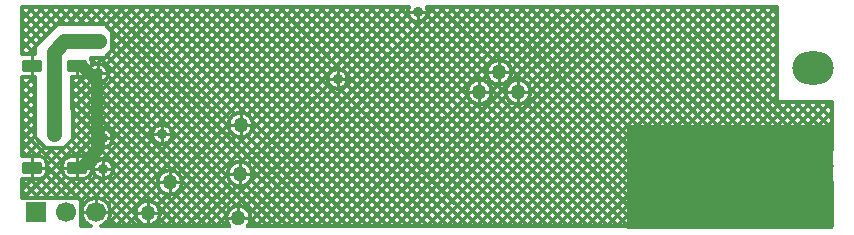
<source format=gbl>
G04*
G04 #@! TF.GenerationSoftware,Altium Limited,Altium Designer,22.1.2 (22)*
G04*
G04 Layer_Physical_Order=2*
G04 Layer_Color=16711680*
%FSLAX25Y25*%
%MOIN*%
G70*
G04*
G04 #@! TF.SameCoordinates,174BC2DA-B873-4BC2-8B21-C8E9C5FF9B9E*
G04*
G04*
G04 #@! TF.FilePolarity,Positive*
G04*
G01*
G75*
%ADD10C,0.01000*%
%ADD14C,0.01181*%
%ADD58C,0.03937*%
%ADD65O,0.13780X0.11024*%
%ADD66R,0.06693X0.06693*%
%ADD67C,0.06693*%
G04:AMPARAMS|DCode=68|XSize=43.31mil|YSize=66.93mil|CornerRadius=10.83mil|HoleSize=0mil|Usage=FLASHONLY|Rotation=270.000|XOffset=0mil|YOffset=0mil|HoleType=Round|Shape=RoundedRectangle|*
%AMROUNDEDRECTD68*
21,1,0.04331,0.04528,0,0,270.0*
21,1,0.02165,0.06693,0,0,270.0*
1,1,0.02165,-0.02264,-0.01083*
1,1,0.02165,-0.02264,0.01083*
1,1,0.02165,0.02264,0.01083*
1,1,0.02165,0.02264,-0.01083*
%
%ADD68ROUNDEDRECTD68*%
G04:AMPARAMS|DCode=69|XSize=66.93mil|YSize=43.31mil|CornerRadius=10.83mil|HoleSize=0mil|Usage=FLASHONLY|Rotation=180.000|XOffset=0mil|YOffset=0mil|HoleType=Round|Shape=RoundedRectangle|*
%AMROUNDEDRECTD69*
21,1,0.06693,0.02165,0,0,180.0*
21,1,0.04528,0.04331,0,0,180.0*
1,1,0.02165,-0.02264,0.01083*
1,1,0.02165,0.02264,0.01083*
1,1,0.02165,0.02264,-0.01083*
1,1,0.02165,-0.02264,-0.01083*
%
%ADD69ROUNDEDRECTD69*%
%ADD70C,0.05000*%
%ADD71C,0.03543*%
%ADD72C,0.04921*%
%ADD73R,0.69140X0.34700*%
D10*
X266600Y23000D02*
Y29512D01*
Y16488D02*
Y23000D01*
X258710D02*
X266600D01*
X250660Y23640D02*
Y27140D01*
Y30640D01*
Y27140D02*
X254160D01*
X239080Y31400D02*
X242580D01*
X239080Y27900D02*
Y31400D01*
Y34900D01*
X235580Y31400D02*
X239080D01*
X228020Y27140D02*
Y30640D01*
X224520Y27140D02*
X228020D01*
X247160D02*
X250660D01*
X228020D02*
X231520D01*
X228020Y23640D02*
Y27140D01*
X131988Y74320D02*
X134760D01*
X137532D01*
X134760Y71548D02*
Y74320D01*
X168180Y47620D02*
Y51120D01*
Y47620D02*
X171680D01*
X164680D02*
X168180D01*
X161840Y50660D02*
Y54160D01*
Y57660D01*
Y54160D02*
X165340D01*
X216700Y27140D02*
X220200D01*
X216700Y23640D02*
Y27140D01*
X168180Y44120D02*
Y47620D01*
X216700Y27140D02*
Y30640D01*
X213200Y27140D02*
X216700D01*
X158340Y54160D02*
X161840D01*
X108040Y51980D02*
Y54752D01*
X105268Y51980D02*
X108040D01*
X110812D01*
X108040Y49208D02*
Y51980D01*
X155320Y47640D02*
X158820D01*
X155320D02*
Y51140D01*
Y44140D02*
Y47640D01*
X151820D02*
X155320D01*
X250920Y12780D02*
Y16280D01*
X228280Y12780D02*
Y16280D01*
X250920Y12780D02*
X254420D01*
X250920Y9280D02*
Y12780D01*
X247420D02*
X250920D01*
X235660Y8020D02*
X239160D01*
Y11520D01*
Y8020D02*
X242660D01*
X239160Y4520D02*
Y8020D01*
X228280Y12780D02*
X231780D01*
X228280Y9280D02*
Y12780D01*
X224780D02*
X228280D01*
X216960D02*
X220460D01*
X216960D02*
Y16280D01*
Y9280D02*
Y12780D01*
X213460D02*
X216960D01*
X72240Y36640D02*
X75740D01*
Y40140D01*
Y36640D02*
X79240D01*
X49540Y33480D02*
Y36252D01*
X28180Y51028D02*
Y53800D01*
X46768Y33480D02*
X49540D01*
X75740Y33140D02*
Y36640D01*
X49540Y33480D02*
X52312D01*
X49540Y30708D02*
Y33480D01*
X29680Y32240D02*
Y35012D01*
Y32240D02*
X32452D01*
X29680Y29468D02*
Y32240D01*
X28180Y53800D02*
X30952D01*
X28180D02*
Y56572D01*
X25408Y53800D02*
X28180D01*
X26908Y32240D02*
X29680D01*
X6237Y56428D02*
Y59790D01*
X21198Y56428D02*
X25544D01*
X21198Y53263D02*
Y56428D01*
X6237Y53066D02*
Y56428D01*
X21198Y22412D02*
X25544D01*
X75520Y20300D02*
Y23800D01*
Y16800D02*
Y20300D01*
X79020D01*
X75000Y5640D02*
X78500D01*
X72020Y20300D02*
X75520D01*
X75000Y5640D02*
Y9140D01*
X71500Y5640D02*
X75000D01*
X52080Y17460D02*
X55580D01*
X52080Y13960D02*
Y17460D01*
Y20960D01*
X48580Y17460D02*
X52080D01*
X27068Y21960D02*
X29840D01*
Y24732D01*
Y21960D02*
X32612D01*
X29840Y19188D02*
Y21960D01*
X21198Y22412D02*
Y25578D01*
Y19247D02*
Y22412D01*
X16851D02*
X21198D01*
X6237D02*
Y25774D01*
Y22412D02*
X10584D01*
X6237Y19050D02*
Y22412D01*
X41241Y7208D02*
X44741D01*
Y10708D01*
Y7208D02*
X48241D01*
X44741Y3708D02*
Y7208D01*
X27500Y7500D02*
Y11846D01*
X23154Y7500D02*
X27500D01*
X31846D01*
D14*
X272716Y28291D02*
G03*
X267978Y30102I-4739J-5291D01*
G01*
X243171Y31400D02*
G03*
X243171Y31400I-4091J0D01*
G01*
X254751Y27140D02*
G03*
X254751Y27140I-4091J0D01*
G01*
X232111D02*
G03*
X232111Y27140I-4091J0D01*
G01*
X138122Y74320D02*
G03*
X137708Y75936I-3362J0D01*
G01*
X131812D02*
G03*
X138122Y74320I2948J-1616D01*
G01*
X220791Y27140D02*
G03*
X220791Y27140I-4091J0D01*
G01*
X172271Y47620D02*
G03*
X172271Y47620I-4091J0D01*
G01*
X165930Y54160D02*
G03*
X165930Y54160I-4091J0D01*
G01*
X111402Y51980D02*
G03*
X111402Y51980I-3362J0D01*
G01*
X159411Y47640D02*
G03*
X159411Y47640I-4091J0D01*
G01*
X265222Y30102D02*
G03*
X265222Y15898I0J-7102D01*
G01*
X267978D02*
G03*
X272716Y17709I0J7102D01*
G01*
X255011Y12780D02*
G03*
X255011Y12780I-4091J0D01*
G01*
X232371D02*
G03*
X232371Y12780I-4091J0D01*
G01*
X243251Y8020D02*
G03*
X243251Y8020I-4091J0D01*
G01*
X221051Y12780D02*
G03*
X221051Y12780I-4091J0D01*
G01*
X79831Y36640D02*
G03*
X79831Y36640I-4091J0D01*
G01*
X52902Y33480D02*
G03*
X52902Y33480I-3362J0D01*
G01*
X31542Y53800D02*
G03*
X26135Y56469I-3362J0D01*
G01*
X24894Y53088D02*
G03*
X31542Y53800I3286J712D01*
G01*
X33042Y32240D02*
G03*
X33042Y32240I-3362J0D01*
G01*
X26135Y57511D02*
G03*
X25769Y58861I-2673J0D01*
G01*
X23462Y52672D02*
G03*
X24894Y53088I0J2673D01*
G01*
X2874Y52712D02*
G03*
X3974Y52475I1100J2437D01*
G01*
Y60381D02*
G03*
X2874Y60144I0J-2673D01*
G01*
X18934Y26168D02*
G03*
X16261Y23495I0J-2673D01*
G01*
X26135D02*
G03*
X23462Y26168I-2673J0D01*
G01*
X11174Y23692D02*
G03*
X8501Y26365I-2673J0D01*
G01*
X3974D02*
G03*
X2874Y26128I0J-2673D01*
G01*
X79611Y20300D02*
G03*
X79611Y20300I-4091J0D01*
G01*
X78014Y2874D02*
G03*
X79090Y5640I-3014J2766D01*
G01*
D02*
G03*
X71986Y2874I-4091J0D01*
G01*
X56171Y17460D02*
G03*
X56171Y17460I-4091J0D01*
G01*
X33202Y21960D02*
G03*
X33202Y21960I-3362J0D01*
G01*
X23462Y18656D02*
G03*
X26135Y21330I0J2673D01*
G01*
X16261D02*
G03*
X18934Y18656I2673J0D01*
G01*
X8501Y18460D02*
G03*
X11174Y21133I0J2673D01*
G01*
X2874Y18696D02*
G03*
X3974Y18460I1100J2437D01*
G01*
X48832Y7208D02*
G03*
X48832Y7208I-4091J0D01*
G01*
X29225Y2874D02*
G03*
X32437Y7500I-1725J4626D01*
G01*
D02*
G03*
X25775Y2874I-4937J0D01*
G01*
X238772Y75936D02*
X254461Y60247D01*
X235431Y75936D02*
X254461Y56907D01*
X232091Y75936D02*
X254461Y53566D01*
X255100Y44321D02*
X272716D01*
X254461Y44960D02*
Y75936D01*
X252135D02*
X254461Y73610D01*
X248794Y75936D02*
X254461Y70270D01*
X245453Y75936D02*
X254461Y66929D01*
X242113Y75936D02*
X254461Y63588D01*
X270388Y44321D02*
X272716Y41992D01*
X267047Y44321D02*
X272716Y38651D01*
X263706Y44321D02*
X272716Y35311D01*
Y28291D02*
Y44321D01*
X257025D02*
X272716Y28629D01*
X231254Y29645D02*
X254461Y52851D01*
X229296Y31027D02*
X254461Y56192D01*
X242262Y33971D02*
X254461Y46170D01*
X240265Y35315D02*
X254461Y49510D01*
X228750Y75936D02*
X254461Y50226D01*
X225409Y75936D02*
X254461Y46885D01*
X137708Y75936D02*
X254461D01*
X218861Y30613D02*
X254461Y66214D01*
X216091Y31185D02*
X254461Y69554D01*
X195344Y75936D02*
X236615Y34665D01*
X192003Y75936D02*
X235211Y32728D01*
X205365Y75936D02*
X250109Y31193D01*
X198684Y75936D02*
X239130Y35490D01*
X215387Y75936D02*
X261996Y29327D01*
X212047Y75936D02*
X260082Y27901D01*
X208706Y75936D02*
X258740Y25903D01*
X222069Y75936D02*
X267903Y30102D01*
X218728Y75936D02*
X264590Y30074D01*
X202025Y75936D02*
X247849Y30112D01*
X188663Y75936D02*
X248512Y16087D01*
X220462Y25534D02*
X254461Y59532D01*
X220423Y28835D02*
X254461Y62873D01*
X265118Y30102D02*
X272716Y37700D01*
X268444Y30087D02*
X272716Y34360D01*
X260366Y44321D02*
X272716Y31970D01*
X271084Y29387D02*
X272716Y31019D01*
X252465Y30811D02*
X265974Y44321D01*
X249317Y31004D02*
X262634Y44321D01*
X265222Y30102D02*
X267978D01*
X254194Y29200D02*
X269315Y44321D01*
X254713Y26588D02*
X258122Y23180D01*
X254671Y26336D02*
X272656Y44321D01*
X251793Y16776D02*
X258120Y23104D01*
X243168Y31537D02*
X255953Y44321D01*
X243170Y31450D02*
X246654Y27967D01*
X240408Y27531D02*
X251072Y16868D01*
X230897Y15924D02*
X259293Y44321D01*
X228497Y16865D02*
X238943Y27312D01*
X232111Y27160D02*
X235165Y30215D01*
X164921Y56850D02*
X184008Y75936D01*
X165916Y54504D02*
X187348Y75936D01*
X162854Y58123D02*
X180667Y75936D01*
X171476Y50042D02*
X197370Y75936D01*
X169563Y51470D02*
X194029Y75936D01*
X138553D02*
X158292Y56196D01*
X137973Y73331D02*
X140579Y75936D01*
X145234D02*
X163128Y58043D01*
X141893Y75936D02*
X160011Y57819D01*
X171959Y75936D02*
X216665Y31230D01*
X175300Y75936D02*
X223933Y27303D01*
X158597Y75936D02*
X217737Y16796D01*
X181981Y75936D02*
X226856Y31062D01*
X178641Y75936D02*
X224851Y29726D01*
X172269Y47494D02*
X200711Y75936D01*
X165278D02*
X212810Y28404D01*
X168619Y75936D02*
X214187Y30368D01*
X155256Y75936D02*
X214886Y16306D01*
X88443Y75936D02*
X109270Y55109D01*
X85102Y75936D02*
X106227Y54812D01*
X128531Y75936D02*
X131877Y72590D01*
X109586Y54966D02*
X130557Y75936D01*
X137935Y73213D02*
X157839Y53309D01*
X125190Y75936D02*
X151660Y49466D01*
X121849Y75936D02*
X151439Y46346D01*
X136415Y71393D02*
X156165Y51642D01*
X133030Y71437D02*
X153281Y51186D01*
X81761Y75936D02*
X104804Y52893D01*
X79503Y38245D02*
X117194Y75936D01*
X111170Y53208D02*
X131492Y73531D01*
X79388Y34789D02*
X120535Y75936D01*
X165723Y55448D02*
X169790Y51380D01*
X165499Y52331D02*
X166486Y51343D01*
X163876Y50612D02*
X164707Y49782D01*
X219928Y24627D02*
X227723Y16832D01*
X218266Y16656D02*
X225516Y23906D01*
X158401Y50330D02*
X159150Y51079D01*
X156334Y51603D02*
X157877Y53146D01*
X160989Y50159D02*
X164135Y47014D01*
X159396Y47984D02*
X161496Y50084D01*
X79438Y21476D02*
X106812Y48850D01*
X254980Y13282D02*
X259945Y18247D01*
X242308Y10632D02*
X272716Y41041D01*
X271274Y16709D02*
X272716Y15267D01*
X240287Y11952D02*
X251464Y23129D01*
X232214Y13901D02*
X246796Y28483D01*
X253919Y15562D02*
X258654Y20297D01*
X253632Y24329D02*
X272716Y5244D01*
X251487Y23134D02*
X271746Y2874D01*
X242345Y28935D02*
X268406Y2874D01*
X272716D02*
Y17709D01*
X257934Y2874D02*
X272716Y17656D01*
X231941Y25976D02*
X247945Y9972D01*
X251253Y2874D02*
X264333Y15954D01*
X247912Y2874D02*
X261809Y16771D01*
X185322Y75936D02*
X247077Y14181D01*
X221051Y12760D02*
X236509Y28218D01*
X164396Y2874D02*
X237458Y75936D01*
X228183Y23053D02*
X239126Y12110D01*
X220790Y27105D02*
X236648Y11248D01*
X161055Y2874D02*
X234117Y75936D01*
X157714Y2874D02*
X230777Y75936D01*
X181099Y2874D02*
X254161Y75936D01*
X184440Y2874D02*
X254461Y72895D01*
X177759Y2874D02*
X250821Y75936D01*
X230606Y23971D02*
X251703Y2874D01*
X227868D02*
X248600Y23606D01*
X171077Y2874D02*
X244139Y75936D01*
X167736Y2874D02*
X240799Y75936D01*
X224528Y2874D02*
X246989Y25335D01*
X174418Y2874D02*
X247480Y75936D01*
X268707Y15935D02*
X272716Y11926D01*
X265404Y15898D02*
X272716Y8585D01*
X265222Y15898D02*
X267978D01*
X243245Y8229D02*
X246924Y11907D01*
X244572Y2874D02*
X250418Y8720D01*
X243250Y7986D02*
X248362Y2874D01*
X261275D02*
X272716Y14316D01*
X264616Y2874D02*
X272716Y10975D01*
X254594Y2874D02*
X267617Y15898D01*
X271297Y2874D02*
X272716Y4294D01*
X267956Y2874D02*
X272716Y7634D01*
X255008Y12932D02*
X265065Y2874D01*
X254227Y10372D02*
X261725Y2874D01*
X252321Y8937D02*
X258384Y2874D01*
X248112Y9805D02*
X255043Y2874D01*
X232332Y12223D02*
X235270Y9285D01*
X220486Y10706D02*
X228318Y2874D01*
X241231D02*
X248138Y9781D01*
X242388Y5508D02*
X245022Y2874D01*
X231248Y9966D02*
X238340Y2874D01*
X240425Y4130D02*
X241681Y2874D01*
X237890D02*
X238951Y3935D01*
X229101Y8773D02*
X234999Y2874D01*
X220976Y13557D02*
X231659Y2874D01*
X234550D02*
X236548Y4872D01*
X231209Y2874D02*
X235228Y6893D01*
X148575Y75936D02*
X213108Y11402D01*
X130989Y2874D02*
X204051Y75936D01*
X118509D02*
X191571Y2874D01*
X161937Y75936D02*
X224273Y13601D01*
X151915Y75936D02*
X213282Y14570D01*
X115168Y75936D02*
X188230Y2874D01*
X111827Y75936D02*
X184890Y2874D01*
X120967D02*
X164330Y46237D01*
X117627Y2874D02*
X190689Y75936D01*
X147693Y2874D02*
X220755Y75936D01*
X151033Y2874D02*
X224095Y75936D01*
X144352Y2874D02*
X217414Y75936D01*
X171941Y49230D02*
X218296Y2874D01*
X154374D02*
X227436Y75936D01*
X137671Y2874D02*
X210733Y75936D01*
X134330Y2874D02*
X207392Y75936D01*
X159322Y48485D02*
X204934Y2874D01*
X141011D02*
X214073Y75936D01*
X94242Y2874D02*
X167304Y75936D01*
X95124D02*
X168186Y2874D01*
X91783Y75936D02*
X164846Y2874D01*
X98465Y75936D02*
X171527Y2874D01*
X97583D02*
X170645Y75936D01*
X84220Y2874D02*
X157282Y75936D01*
X80879Y2874D02*
X153942Y75936D01*
X90901Y2874D02*
X163964Y75936D01*
X87561Y2874D02*
X160623Y75936D01*
X101805D02*
X174868Y2874D01*
X104264D02*
X177326Y75936D01*
X100923Y2874D02*
X173986Y75936D01*
X108487D02*
X181549Y2874D01*
X105146Y75936D02*
X178208Y2874D01*
X111169Y53210D02*
X161505Y2874D01*
X110872Y50167D02*
X158164Y2874D01*
X108953Y48744D02*
X154824Y2874D01*
X107605D02*
X151357Y46626D01*
X217964Y23250D02*
X225466Y15748D01*
X220212Y15261D02*
X228000Y23050D01*
X197802Y2874D02*
X218306Y23378D01*
X214506Y2874D02*
X224195Y12563D01*
X217846Y2874D02*
X225136Y10163D01*
X201143Y2874D02*
X224133Y25864D01*
X221187Y2874D02*
X227159Y8846D01*
X218750Y9102D02*
X224977Y2874D01*
X207824D02*
X214478Y9528D01*
X204484Y2874D02*
X213084Y11474D01*
X215582Y8928D02*
X221637Y2874D01*
X211165D02*
X216981Y8689D01*
X124308Y2874D02*
X165758Y44324D01*
X154026Y43760D02*
X194912Y2874D01*
X110945D02*
X152630Y44559D01*
X127649Y2874D02*
X168306Y43531D01*
X114286Y2874D02*
X154976Y43564D01*
X79591Y38019D02*
X114736Y2874D01*
X79418Y34851D02*
X111395Y2874D01*
X79441Y21465D02*
X98032Y2874D01*
X79150Y18415D02*
X94692Y2874D01*
X187780D02*
X212655Y27749D01*
X171903Y45926D02*
X214955Y2874D01*
X194462D02*
X215005Y23417D01*
X191121Y2874D02*
X213227Y24980D01*
X170342Y44147D02*
X211615Y2874D01*
X158866Y45601D02*
X201593Y2874D01*
X167574Y43575D02*
X208274Y2874D01*
X157146Y43980D02*
X198252Y2874D01*
X41673Y75936D02*
X77118Y40491D01*
X38333Y75936D02*
X73951Y40318D01*
X34992Y75936D02*
X72214Y38714D01*
X77980Y40063D02*
X113854Y75936D01*
X75282Y40705D02*
X110513Y75936D01*
X32819Y65056D02*
X43700Y75936D01*
X32553Y68131D02*
X40359Y75936D01*
X32819Y61720D02*
Y67600D01*
X32816Y61712D02*
X47040Y75936D01*
X51028Y36495D02*
X90469Y75936D01*
X33019Y31849D02*
X77106Y75936D01*
X32203Y24352D02*
X83788Y75936D01*
X75668Y24388D02*
X127216Y75936D01*
X52644Y34771D02*
X93810Y75936D01*
X32244Y34415D02*
X73766Y75936D01*
X31651D02*
X71724Y35864D01*
X33019Y31849D02*
X77106Y75936D01*
X32819Y64747D02*
X73635Y23931D01*
X28061Y70319D02*
X33678Y75936D01*
X30883Y69801D02*
X37018Y75936D01*
X2874D02*
X131812D01*
X30552Y70132D02*
X32632Y68052D01*
X30412Y59048D02*
X32632Y61268D01*
X21630Y75936D02*
X27247Y70319D01*
X21379D02*
X26996Y75936D01*
X24720Y70319D02*
X30337Y75936D01*
X15000Y70319D02*
X30100D01*
X30068Y35580D02*
X70425Y75936D01*
X19754Y31947D02*
X63744Y75936D01*
X19742Y35276D02*
X60403Y75936D01*
X29833Y25322D02*
X80447Y75936D01*
X24970D02*
X76686Y24221D01*
X31542Y53756D02*
X53722Y75936D01*
X30590Y56145D02*
X50381Y75936D01*
X28265Y57161D02*
X29969Y58864D01*
X19700Y38574D02*
X57062Y75936D01*
X28683Y58861D02*
X51070Y36474D01*
X31393Y52810D02*
X47829Y36374D01*
X29932Y50930D02*
X46343Y34520D01*
X78097Y23477D02*
X105054Y50434D01*
X25769Y58861D02*
X29960D01*
X19624Y44535D02*
X28702Y35457D01*
X26059Y58144D02*
X27190Y57013D01*
X19658Y41873D02*
X28224Y50438D01*
X19754Y34383D02*
X28938Y25199D01*
X25855Y24685D02*
X30071Y28901D01*
X25855Y24685D02*
X30071Y28901D01*
X19711Y37767D02*
X26611Y30867D01*
X19668Y41151D02*
X26816Y34002D01*
X23952Y26123D02*
X27505Y29676D01*
X19409Y31388D02*
X27014Y23782D01*
X14948Y75936D02*
X20565Y70319D01*
X18039D02*
X23656Y75936D01*
X11608D02*
X17225Y70319D01*
X18289Y75936D02*
X23906Y70319D01*
X8267Y75936D02*
X14310Y69894D01*
X7468Y63052D02*
X14548Y70132D01*
X7281Y60381D02*
Y62600D01*
X26135Y56469D02*
Y57511D01*
X19574Y48470D02*
X23797Y52693D01*
X19521Y52672D02*
X23462D01*
X19532Y51769D02*
X20436Y52672D01*
X19521D02*
X19784Y32032D01*
X4926Y75936D02*
X12639Y68223D01*
X2874Y65176D02*
X13634Y75936D01*
X2874Y68517D02*
X10293Y75936D01*
X2874Y74648D02*
X10969Y66553D01*
X2874Y61836D02*
X16974Y75936D01*
X2874Y71858D02*
X6953Y75936D01*
X2874Y75198D02*
X3612Y75936D01*
X2874Y67967D02*
X7628Y63212D01*
X2874Y71307D02*
X9299Y64883D01*
X3974Y60381D02*
X7281D01*
X4760D02*
X20315Y75936D01*
X2874Y64626D02*
X7119Y60381D01*
X2874Y48473D02*
X6876Y52475D01*
X2874Y61285D02*
X3785Y60374D01*
X2874Y60144D02*
Y75936D01*
Y26128D02*
Y52712D01*
X19616Y45171D02*
X25835Y51390D01*
X17719Y29737D02*
X21288Y26168D01*
X16967Y29003D02*
X19591Y31566D01*
X18934Y26168D02*
X23462D01*
X11100Y28821D02*
X16520D01*
X7281Y32640D02*
Y52475D01*
X5003D02*
X7281Y50197D01*
X7491Y26365D02*
X10391Y29265D01*
X7468Y32188D02*
X10648Y29008D01*
X20657Y26168D02*
X26340Y31852D01*
X15294Y28821D02*
X18085Y26030D01*
X11174Y23367D02*
X16705Y28897D01*
X10212Y25746D02*
X13288Y28821D01*
X11954D02*
X16407Y24367D01*
X2874Y44582D02*
X7281Y40175D01*
X2874Y38451D02*
X7281Y42858D01*
X2874Y41792D02*
X7281Y46199D01*
X2874Y35111D02*
X7281Y39517D01*
X2874Y41241D02*
X7281Y36834D01*
X3974Y52475D02*
X7281D01*
X2874Y51263D02*
X7281Y46856D01*
X2874Y47923D02*
X7281Y43516D01*
X2874Y45132D02*
X7281Y49539D01*
X2874Y31219D02*
X7728Y26365D01*
X2874Y28429D02*
X7281Y32836D01*
X4151Y26365D02*
X8721Y30935D01*
X3974Y26365D02*
X8501D01*
X2874Y31770D02*
X7281Y36177D01*
X2874Y37901D02*
X7281Y33494D01*
X2874Y27879D02*
X4388Y26365D01*
X77121Y9138D02*
X143920Y75936D01*
X78703Y7379D02*
X147260Y75936D01*
X58377D02*
X131439Y2874D01*
X78806Y4142D02*
X150601Y75936D01*
X74316Y9673D02*
X135749Y71107D01*
X55036Y75936D02*
X128098Y2874D01*
X52734Y21498D02*
X107172Y75936D01*
X56105Y18188D02*
X72317Y34400D01*
X54951Y20374D02*
X71675Y37099D01*
X68399Y75936D02*
X141461Y2874D01*
X71739Y75936D02*
X144802Y2874D01*
X65058Y75936D02*
X138120Y2874D01*
X78421Y75936D02*
X151483Y2874D01*
X75080Y75936D02*
X148142Y2874D01*
X64176D02*
X132853Y71551D01*
X61717Y75936D02*
X134780Y2874D01*
X77814Y33114D02*
X108054Y2874D01*
X74964Y32624D02*
X104714Y2874D01*
X33202Y22010D02*
X87128Y75936D01*
X32423Y7869D02*
X100491Y75936D01*
X31545Y10331D02*
X97150Y75936D01*
X48816Y7559D02*
X74135Y32877D01*
X32727Y61498D02*
X71942Y22283D01*
X31124Y59760D02*
X71543Y19341D01*
X10430Y19282D02*
X67084Y75936D01*
X21509Y52672D02*
X52674Y21507D01*
X19538Y51302D02*
X49912Y20929D01*
X45014Y75936D02*
X118076Y2874D01*
X48355Y75936D02*
X121417Y2874D01*
X30770D02*
X103832Y75936D01*
X51696D02*
X124758Y2874D01*
X50813D02*
X123876Y75936D01*
X28311D02*
X101373Y2874D01*
X26778Y50744D02*
X71005Y6517D01*
X52534Y35010D02*
X84670Y2874D01*
X47473D02*
X77591Y32992D01*
X56127Y18054D02*
X71307Y2874D01*
X77503Y16722D02*
X91351Y2874D01*
X74561Y16323D02*
X88010Y2874D01*
X79060Y5143D02*
X81329Y2874D01*
X78014D02*
X272716D01*
X60835D02*
X74344Y16382D01*
X57495Y2874D02*
X72343Y17723D01*
X67517Y2874D02*
X70967Y6324D01*
X52434Y31769D02*
X74503Y9700D01*
X50580Y30283D02*
X72221Y8642D01*
X47819Y9902D02*
X51352Y13435D01*
X45749Y11173D02*
X49166Y14589D01*
X55549Y15292D02*
X67967Y2874D01*
X54154D02*
X71432Y20152D01*
X53767Y13733D02*
X64626Y2874D01*
X29225D02*
X71986D01*
X50452Y13708D02*
X61285Y2874D01*
X31442Y29377D02*
X57945Y2874D01*
X48513Y5625D02*
X51263Y2874D01*
X48357Y9121D02*
X54604Y2874D01*
X26135Y21330D02*
Y23495D01*
X32897Y31262D02*
X48327Y15832D01*
X29762Y11888D02*
X48249Y30375D01*
X26938Y12405D02*
X46525Y31992D01*
X33079Y21058D02*
X43158Y10980D01*
X28307Y29171D02*
X46654Y10824D01*
X31662Y19134D02*
X41330Y9466D01*
X20031Y12179D02*
X27448Y19597D01*
X28635Y18821D02*
X40673Y6783D01*
X24983Y19132D02*
X41241Y2874D01*
X16261Y21330D02*
Y23495D01*
X19581Y47918D02*
X48353Y19147D01*
X2874Y34560D02*
X16266Y21168D01*
X11174Y21133D02*
Y23692D01*
X10866Y19886D02*
X18573Y12179D01*
X11174Y22919D02*
X21995Y12099D01*
X6668Y12179D02*
X16261Y21772D01*
X18773Y18661D02*
X25445Y11989D01*
X10009Y12179D02*
X17160Y19330D01*
X3327Y12179D02*
X10352Y19204D01*
X2874Y12179D02*
Y18696D01*
X22439Y2874D02*
X25775D01*
X34110D02*
X48042Y16806D01*
X37451Y2874D02*
X40777Y6200D01*
X32350Y8425D02*
X37901Y2874D01*
X46999Y3797D02*
X47923Y2874D01*
X40791D02*
X42047Y4130D01*
X31989Y5445D02*
X34560Y2874D01*
X30508Y3585D02*
X31219Y2874D01*
X18934Y18656D02*
X23462D01*
X22118D02*
X28425Y12350D01*
X8919Y18492D02*
X15233Y12179D01*
X5612Y18460D02*
X11892Y12179D01*
X2874D02*
X21800D01*
X3974Y18460D02*
X8501D01*
X2874Y15067D02*
X6267Y18460D01*
X2874Y14516D02*
X5211Y12179D01*
X2874Y17857D02*
X8551Y12179D01*
X22439Y11247D02*
X29790Y18598D01*
X16690Y12179D02*
X23167Y18656D01*
X22439Y4973D02*
X24538Y2874D01*
X22359Y11735D02*
X23585Y10508D01*
X13349Y12179D02*
X19827Y18656D01*
X13349Y12179D02*
X19827Y18656D01*
X22439Y2874D02*
Y11540D01*
X2874Y12146D02*
X12146D01*
D58*
X27900Y27800D02*
Y51225D01*
X22697Y56428D02*
X27900Y51225D01*
X22512Y22412D02*
X27900Y27800D01*
X21198Y56428D02*
X22697D01*
D65*
X266600Y55660D02*
D03*
Y23000D02*
D03*
D66*
X7500Y7500D02*
D03*
D67*
X17500D02*
D03*
X27500D02*
D03*
D68*
X6237Y22412D02*
D03*
Y56428D02*
D03*
D69*
X21198Y22412D02*
D03*
Y56428D02*
D03*
D70*
X239160Y8020D02*
D03*
X239080Y31400D02*
D03*
X161840Y54160D02*
D03*
X155320Y47640D02*
D03*
X168180Y47620D02*
D03*
X250920Y12780D02*
D03*
X228280D02*
D03*
X216960D02*
D03*
X216700Y27140D02*
D03*
X228020D02*
D03*
X250660D02*
D03*
X52080Y17460D02*
D03*
X75520Y20300D02*
D03*
X75740Y36640D02*
D03*
X44741Y7208D02*
D03*
X75000Y5640D02*
D03*
X28500Y64500D02*
D03*
X13500Y33500D02*
D03*
Y45500D02*
D03*
D71*
X28180Y53800D02*
D03*
X29840Y21960D02*
D03*
X29680Y32240D02*
D03*
X49540Y33480D02*
D03*
X134760Y74320D02*
D03*
X108040Y51980D02*
D03*
D72*
X13500Y45500D02*
Y61000D01*
Y33500D02*
Y45500D01*
X17000Y64500D02*
X28500D01*
X13500Y61000D02*
X17000Y64500D01*
D73*
X238870Y19170D02*
D03*
M02*

</source>
